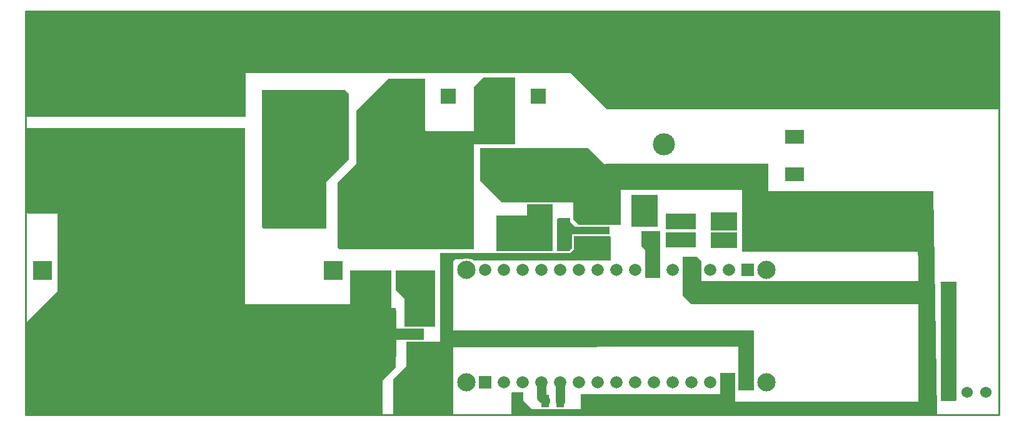
<source format=gtl>
G04*
G04 #@! TF.GenerationSoftware,Altium Limited,Altium Designer,20.1.7 (139)*
G04*
G04 Layer_Physical_Order=1*
G04 Layer_Color=255*
%FSLAX44Y44*%
%MOMM*%
G71*
G04*
G04 #@! TF.SameCoordinates,B5950D26-3139-43EA-A648-6E47058778E0*
G04*
G04*
G04 #@! TF.FilePolarity,Positive*
G04*
G01*
G75*
%ADD13C,0.2540*%
%ADD17R,1.0000X1.7000*%
%ADD18R,1.2000X0.8000*%
%ADD19R,1.7000X1.0000*%
%ADD20R,1.1000X0.9500*%
%ADD21R,1.2000X1.7000*%
%ADD22R,3.4500X1.8500*%
%ADD23R,6.1000X6.3000*%
%ADD24R,2.8000X1.5000*%
%ADD25R,9.6500X11.0000*%
%ADD26R,3.8100X2.3200*%
%ADD47C,1.2700*%
%ADD48C,1.5240*%
%ADD49R,1.6650X1.6650*%
%ADD50C,1.6650*%
%ADD51C,2.4750*%
%ADD52R,2.0700X2.0700*%
%ADD53C,2.0700*%
%ADD54C,3.0000*%
%ADD55R,2.5000X1.9000*%
%ADD56R,2.5000X2.5000*%
%ADD57C,1.2700*%
G36*
X1572260Y1283970D02*
X1041400D01*
X991870Y1333500D01*
X552450Y1333500D01*
Y1273810D01*
X254000D01*
Y1417320D01*
X1572260D01*
Y1283970D01*
D02*
G37*
G36*
X916940Y1236980D02*
X861060D01*
Y1094740D01*
X679450D01*
X676910Y1097280D01*
Y1184910D01*
X702310Y1210310D01*
Y1282700D01*
X745490Y1325880D01*
X795020D01*
Y1256030D01*
X796290Y1254760D01*
X861060D01*
Y1314450D01*
X873760Y1327150D01*
X916940D01*
Y1236980D01*
D02*
G37*
G36*
X1109980Y1125220D02*
X1074420D01*
Y1168400D01*
X1109980D01*
Y1125220D01*
D02*
G37*
G36*
X692150Y1305560D02*
Y1216660D01*
X661670Y1186180D01*
Y1122680D01*
X576580D01*
X574057Y1125203D01*
Y1310640D01*
X687070Y1310640D01*
X692150Y1305560D01*
D02*
G37*
G36*
X1162050Y1121410D02*
X1121410D01*
Y1143000D01*
X1162050D01*
Y1121410D01*
D02*
G37*
G36*
X1217930Y1120140D02*
X1182370D01*
Y1144270D01*
X1217930D01*
Y1120140D01*
D02*
G37*
G36*
X1162050Y1097280D02*
X1121410D01*
Y1117600D01*
X1162050D01*
Y1097280D01*
D02*
G37*
G36*
X1217727Y1096010D02*
X1182167D01*
Y1117383D01*
X1182370Y1117550D01*
X1217727D01*
Y1096010D01*
D02*
G37*
G36*
X991870Y1131570D02*
X998220Y1125220D01*
X1003050D01*
X1003300Y1125170D01*
X1045210D01*
X1045210Y1115060D01*
X994410D01*
Y1096010D01*
X990600Y1092200D01*
X974090D01*
Y1135380D01*
X975360Y1136650D01*
X991870D01*
Y1131570D01*
D02*
G37*
G36*
X967740Y1092200D02*
X891540D01*
Y1140460D01*
X933450D01*
Y1155700D01*
X967740D01*
Y1092200D01*
D02*
G37*
G36*
X1046480Y1111250D02*
Y1079500D01*
X861060D01*
X859790Y1080770D01*
X856227D01*
X853824Y1081499D01*
X850900Y1081787D01*
X847976Y1081499D01*
X845573Y1080770D01*
X835660D01*
X833120Y1078230D01*
Y984250D01*
X1240790D01*
Y932180D01*
Y902970D01*
X1220470D01*
X1219200Y904240D01*
Y934720D01*
X1219200Y962660D01*
X833120Y961390D01*
Y870755D01*
X832219Y869860D01*
X751840Y870323D01*
X751840Y918210D01*
X769620Y935990D01*
Y969010D01*
X815340D01*
X815340Y1089660D01*
X891290D01*
X891540Y1089610D01*
X967740D01*
X967990Y1089660D01*
X973840D01*
X974090Y1089610D01*
X990600D01*
X990850Y1089660D01*
X991870D01*
X996950Y1094740D01*
Y1095760D01*
X997000Y1096010D01*
Y1112470D01*
X1045210D01*
X1045251Y1112478D01*
X1046480Y1111250D01*
D02*
G37*
G36*
X1113790Y1056640D02*
X1112520Y1055370D01*
X1093470D01*
Y1093470D01*
X1088390Y1098550D01*
Y1118870D01*
X1113790D01*
Y1056640D01*
D02*
G37*
G36*
X1038860Y1209040D02*
X1040130Y1210310D01*
X1259840D01*
Y1173480D01*
X1483360D01*
X1488788Y870856D01*
X1487898Y869950D01*
X911860D01*
Y899160D01*
X913130Y900430D01*
X928370D01*
Y889000D01*
X939800Y877570D01*
X1005840D01*
Y897890D01*
X1195070D01*
Y927100D01*
X1215390D01*
Y887730D01*
X1463040D01*
X1463040Y1019810D01*
X1155700Y1019810D01*
X1144270Y1031240D01*
Y1084580D01*
X1163320D01*
X1169670Y1078230D01*
Y1051560D01*
X1463040Y1051560D01*
Y1080766D01*
X1462771Y1090930D01*
X1277620Y1090930D01*
X1224280Y1090930D01*
Y1174750D01*
X1060450D01*
X1060450Y1127760D01*
X1003300D01*
X995680Y1135380D01*
Y1158240D01*
X967990D01*
X967740Y1158290D01*
X933450D01*
X933200Y1158240D01*
X899160D01*
X869950Y1187450D01*
X869950Y1231900D01*
X1016000Y1231900D01*
X1038860Y1209040D01*
D02*
G37*
G36*
X808990Y989330D02*
X768350D01*
X767080Y990494D01*
X767080Y1027430D01*
X755650Y1038860D01*
Y1065530D01*
X808990D01*
Y989330D01*
D02*
G37*
G36*
X1515110Y890270D02*
X1513840Y889000D01*
X1493520D01*
Y1049020D01*
X1493423Y1049117D01*
X1493909Y1050290D01*
X1515110D01*
Y890270D01*
D02*
G37*
G36*
X551180Y1019810D02*
X692413D01*
X692785Y1019810D01*
X693420Y1020445D01*
X693420Y1020817D01*
X693420Y1065530D01*
X749300D01*
X749300Y1014730D01*
X755261D01*
X755747Y1013557D01*
X755650Y1013460D01*
Y986790D01*
X768100D01*
X768350Y986740D01*
X793750D01*
Y971600D01*
X769620D01*
X769370Y971550D01*
X755650D01*
Y934720D01*
X737870Y916940D01*
Y869950D01*
X254000D01*
Y994410D01*
X297180Y1037590D01*
Y1143000D01*
X257810D01*
X255270Y1145540D01*
X254000Y1257300D01*
X255270Y1258570D01*
X551180D01*
Y1019810D01*
D02*
G37*
D13*
X254000Y869950D02*
Y1417320D01*
Y869950D02*
X1572260D01*
Y1417320D01*
X254000D02*
X1572260D01*
D17*
X1013180Y889000D02*
D03*
X978180D02*
D03*
X922580Y889000D02*
D03*
X957580D02*
D03*
X1154710Y1131570D02*
D03*
X1189710D02*
D03*
X1083030Y1154430D02*
D03*
X1048030D02*
D03*
X949250Y1122680D02*
D03*
X984250D02*
D03*
X1154710Y1107440D02*
D03*
X1189710D02*
D03*
D18*
X1035300Y1132840D02*
D03*
Y1120140D02*
D03*
Y1107440D02*
D03*
X1098300D02*
D03*
Y1132840D02*
D03*
D19*
X951230Y1143280D02*
D03*
Y1178280D02*
D03*
X1009650Y1140180D02*
D03*
Y1105180D02*
D03*
D20*
X951085Y1100590D02*
D03*
X982335D02*
D03*
D21*
X1208280Y1107440D02*
D03*
X1240280D02*
D03*
X1208280Y1131570D02*
D03*
X1240280D02*
D03*
D22*
X775030Y1055370D02*
D03*
X721030D02*
D03*
X772490Y904240D02*
D03*
X718490D02*
D03*
D23*
X725650Y980440D02*
D03*
D24*
X795650Y1003190D02*
D03*
Y957690D02*
D03*
D25*
X805180Y1149350D02*
D03*
D26*
X917180Y1123950D02*
D03*
Y1174750D02*
D03*
D47*
X977900Y914400D02*
X978040Y914260D01*
Y889140D02*
Y914260D01*
Y889140D02*
X978180Y889000D01*
X952500Y914400D02*
X953256Y913644D01*
Y894124D02*
Y913644D01*
Y894124D02*
X957580Y889800D01*
Y889000D02*
Y889800D01*
D48*
X1554480Y900430D02*
D03*
X1529080D02*
D03*
X1503680D02*
D03*
X1478280D02*
D03*
X656590Y1292860D02*
D03*
Y1343660D02*
D03*
X689610Y1160780D02*
D03*
X638810D02*
D03*
D49*
X876300Y914400D02*
D03*
X1231900Y1066800D02*
D03*
D50*
X901700Y914400D02*
D03*
X927100D02*
D03*
X952500D02*
D03*
X977900D02*
D03*
X1003300D02*
D03*
X1028700D02*
D03*
X1054100D02*
D03*
X1079500D02*
D03*
X1104900D02*
D03*
X1130300D02*
D03*
X1155700D02*
D03*
X1181100D02*
D03*
X1206500D02*
D03*
X1231900D02*
D03*
X1206500Y1066800D02*
D03*
X1181100D02*
D03*
X1155700D02*
D03*
X1130300D02*
D03*
X1104900D02*
D03*
X1079500D02*
D03*
X1054100D02*
D03*
X1028700D02*
D03*
X1003300D02*
D03*
X977900D02*
D03*
X952500D02*
D03*
X927100D02*
D03*
X901700D02*
D03*
X876300D02*
D03*
D51*
X850900Y914400D02*
D03*
Y1066800D02*
D03*
X1257300D02*
D03*
Y914400D02*
D03*
D52*
X826770Y1301750D02*
D03*
X948690D02*
D03*
D53*
X775970D02*
D03*
X897890D02*
D03*
D54*
X458470Y1219200D02*
D03*
Y1320200D02*
D03*
X1118870Y1337980D02*
D03*
Y1236980D02*
D03*
D55*
X1292860Y1372320D02*
D03*
Y1322070D02*
D03*
X278130Y1298490D02*
D03*
Y1348740D02*
D03*
Y1174500D02*
D03*
Y1224750D02*
D03*
X1295400Y1246590D02*
D03*
Y1196340D02*
D03*
D56*
X276860Y1065530D02*
D03*
Y894080D02*
D03*
X670560Y1065530D02*
D03*
Y894080D02*
D03*
D57*
X770890Y1375410D02*
D03*
X1250950Y1344930D02*
D03*
X1290320Y1400810D02*
D03*
X584200Y1136650D02*
D03*
X585470Y1271270D02*
D03*
X308610Y1173480D02*
D03*
X307340Y1226820D02*
D03*
X309880Y1296670D02*
D03*
Y1351280D02*
D03*
X1499870Y1024890D02*
D03*
Y1041400D02*
D03*
X801370Y1026160D02*
D03*
Y1043940D02*
D03*
X782320Y979170D02*
D03*
X767080D02*
D03*
X814070Y918210D02*
D03*
Y899160D02*
D03*
X815340Y880110D02*
D03*
X1134110Y1107440D02*
D03*
X1132840Y1134110D02*
D03*
X896620Y1219200D02*
D03*
X878840D02*
D03*
X784680Y1190350D02*
D03*
X804680D02*
D03*
X822930D02*
D03*
X841680D02*
D03*
X784680Y1167100D02*
D03*
X804680D02*
D03*
X822930D02*
D03*
X841680D02*
D03*
X784680Y1133600D02*
D03*
X804680D02*
D03*
X822930D02*
D03*
X841680D02*
D03*
X784680Y1110100D02*
D03*
X804680D02*
D03*
X822930D02*
D03*
X841680D02*
D03*
M02*

</source>
